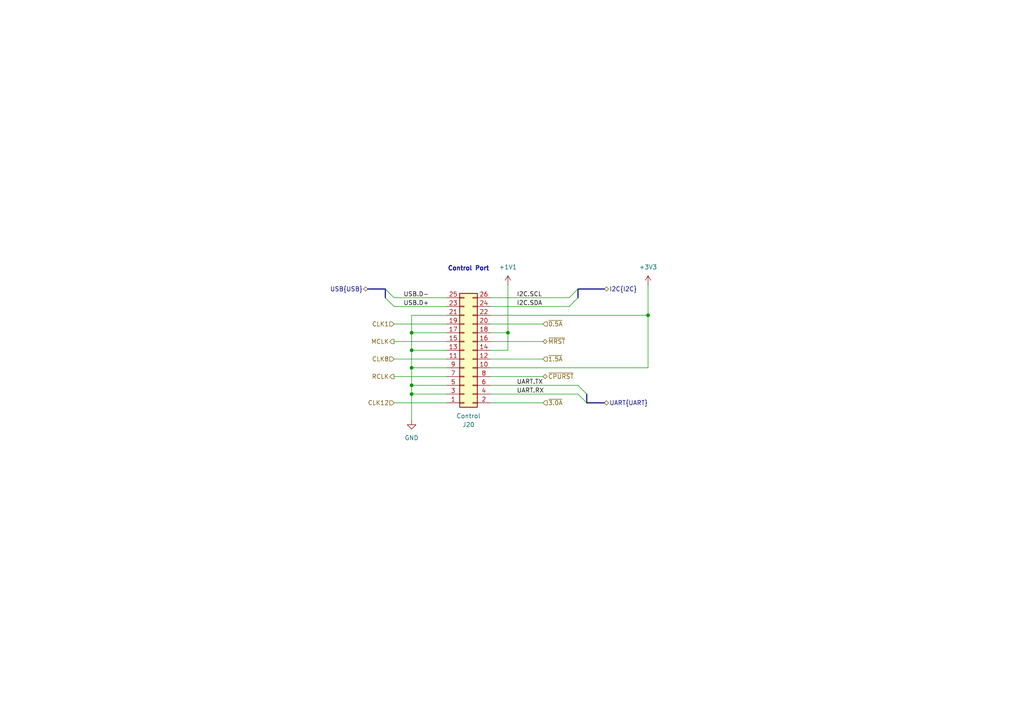
<source format=kicad_sch>
(kicad_sch (version 20231120) (generator "eeschema") (generator_version "8.0")
  (paper "A4")
  (title_block (title "RVFS Control Port") (date "2024-08-17") (rev "0.0.1") (comment 3 "other device is connected.") (comment 4 "A minimal stub must be connected to the control port to pass the clocks through if no"))
  (lib_symbols
    (symbol "Connector_Generic:Conn_02x13_Odd_Even" (pin_names (offset 1.016) hide)
      (property "Reference" "J" (at 1.27 17.78 0))
      (property "Value" "Conn_02x13_Odd_Even" (at 1.27 -17.78 0))
      (symbol "Conn_02x13_Odd_Even_1_1"
        (rectangle (start -1.27 -15.113) (end 0 -15.367) (stroke (width 0.1524)))
        (rectangle (start -1.27 -12.573) (end 0 -12.827) (stroke (width 0.1524)))
        (rectangle (start -1.27 -10.033) (end 0 -10.287) (stroke (width 0.1524)))
        (rectangle (start -1.27 -7.493) (end 0 -7.747) (stroke (width 0.1524)))
        (rectangle (start -1.27 -4.953) (end 0 -5.207) (stroke (width 0.1524)))
        (rectangle (start -1.27 -2.413) (end 0 -2.667) (stroke (width 0.1524)))
        (rectangle (start -1.27 0.127) (end 0 -0.127) (stroke (width 0.1524)))
        (rectangle (start -1.27 2.667) (end 0 2.413) (stroke (width 0.1524)))
        (rectangle (start -1.27 5.207) (end 0 4.953) (stroke (width 0.1524)))
        (rectangle (start -1.27 7.747) (end 0 7.493) (stroke (width 0.1524)))
        (rectangle (start -1.27 10.287) (end 0 10.033) (stroke (width 0.1524)))
        (rectangle (start -1.27 12.827) (end 0 12.573) (stroke (width 0.1524)))
        (rectangle (start -1.27 15.367) (end 0 15.113) (stroke (width 0.1524)))
        (rectangle (start -1.27 16.51) (end 3.81 -16.51) (stroke (width 0.254)) (fill (type background)))
        (rectangle (start 3.81 -15.113) (end 2.54 -15.367) (stroke (width 0.1524)))
        (rectangle (start 3.81 -12.573) (end 2.54 -12.827) (stroke (width 0.1524)))
        (rectangle (start 3.81 -10.033) (end 2.54 -10.287) (stroke (width 0.1524)))
        (rectangle (start 3.81 -7.493) (end 2.54 -7.747) (stroke (width 0.1524)))
        (rectangle (start 3.81 -4.953) (end 2.54 -5.207) (stroke (width 0.1524)))
        (rectangle (start 3.81 -2.413) (end 2.54 -2.667) (stroke (width 0.1524)))
        (rectangle (start 3.81 0.127) (end 2.54 -0.127) (stroke (width 0.1524)))
        (rectangle (start 3.81 2.667) (end 2.54 2.413) (stroke (width 0.1524)))
        (rectangle (start 3.81 5.207) (end 2.54 4.953) (stroke (width 0.1524)))
        (rectangle (start 3.81 7.747) (end 2.54 7.493) (stroke (width 0.1524)))
        (rectangle (start 3.81 10.287) (end 2.54 10.033) (stroke (width 0.1524)))
        (rectangle (start 3.81 12.827) (end 2.54 12.573) (stroke (width 0.1524)))
        (rectangle (start 3.81 15.367) (end 2.54 15.113) (stroke (width 0.1524)))
        (pin passive line (at -5.08 15.24 0) (length 3.81) (name "Pin_1") (number "1"))
        (pin passive line (at 7.62 5.08 180) (length 3.81) (name "Pin_10") (number "10"))
        (pin passive line (at -5.08 2.54 0) (length 3.81) (name "Pin_11") (number "11"))
        (pin passive line (at 7.62 2.54 180) (length 3.81) (name "Pin_12") (number "12"))
        (pin passive line (at -5.08 0 0) (length 3.81) (name "Pin_13") (number "13"))
        (pin passive line (at 7.62 0 180) (length 3.81) (name "Pin_14") (number "14"))
        (pin passive line (at -5.08 -2.54 0) (length 3.81) (name "Pin_15") (number "15"))
        (pin passive line (at 7.62 -2.54 180) (length 3.81) (name "Pin_16") (number "16"))
        (pin passive line (at -5.08 -5.08 0) (length 3.81) (name "Pin_17") (number "17"))
        (pin passive line (at 7.62 -5.08 180) (length 3.81) (name "Pin_18") (number "18"))
        (pin passive line (at -5.08 -7.62 0) (length 3.81) (name "Pin_19") (number "19"))
        (pin passive line (at 7.62 15.24 180) (length 3.81) (name "Pin_2") (number "2"))
        (pin passive line (at 7.62 -7.62 180) (length 3.81) (name "Pin_20") (number "20"))
        (pin passive line (at -5.08 -10.16 0) (length 3.81) (name "Pin_21") (number "21"))
        (pin passive line (at 7.62 -10.16 180) (length 3.81) (name "Pin_22") (number "22"))
        (pin passive line (at -5.08 -12.7 0) (length 3.81) (name "Pin_23") (number "23"))
        (pin passive line (at 7.62 -12.7 180) (length 3.81) (name "Pin_24") (number "24"))
        (pin passive line (at -5.08 -15.24 0) (length 3.81) (name "Pin_25") (number "25"))
        (pin passive line (at 7.62 -15.24 180) (length 3.81) (name "Pin_26") (number "26"))
        (pin passive line (at -5.08 12.7 0) (length 3.81) (name "Pin_3") (number "3"))
        (pin passive line (at 7.62 12.7 180) (length 3.81) (name "Pin_4") (number "4"))
        (pin passive line (at -5.08 10.16 0) (length 3.81) (name "Pin_5") (number "5"))
        (pin passive line (at 7.62 10.16 180) (length 3.81) (name "Pin_6") (number "6"))
        (pin passive line (at -5.08 7.62 0) (length 3.81) (name "Pin_7") (number "7"))
        (pin passive line (at 7.62 7.62 180) (length 3.81) (name "Pin_8") (number "8"))
        (pin passive line (at -5.08 5.08 0) (length 3.81) (name "Pin_9") (number "9"))
      )
    )
    (symbol "power:+1V1" (power) (pin_numbers hide) (pin_names (offset 0) hide)
      (property "Value" "+1V1" (at 0 3.556 0))
      (symbol "+1V1_0_1"
        (polyline (pts (xy -0.762 1.27) (xy 0 2.54)))
        (polyline (pts (xy 0 0) (xy 0 2.54)))
        (polyline (pts (xy 0 2.54) (xy 0.762 1.27)))
      )
      (symbol "+1V1_1_1"
        (pin power_in line (at 0 0 90) (length 0) (name "~") (number "1"))
      )
    )
    (symbol "power:+3V3" (power) (pin_numbers hide) (pin_names (offset 0) hide)
      (property "Value" "+3V3" (at 0 3.556 0))
      (symbol "+3V3_0_1"
        (polyline (pts (xy -0.762 1.27) (xy 0 2.54)))
        (polyline (pts (xy 0 0) (xy 0 2.54)))
        (polyline (pts (xy 0 2.54) (xy 0.762 1.27)))
      )
      (symbol "+3V3_1_1"
        (pin power_in line (at 0 0 90) (length 0) (name "~") (number "1"))
      )
    )
    (symbol "power:GND" (power) (pin_numbers hide) (pin_names (offset 0) hide)
      (property "Value" "GND" (at 0 -3.81 0))
      (symbol "GND_0_1"
        (polyline (pts (xy 0 0) (xy 0 -1.27) (xy 1.27 -1.27) (xy 0 -2.54) (xy -1.27 -1.27) (xy 0 -1.27)))
      )
      (symbol "GND_1_1"
        (pin power_in line (at 0 0 270) (length 0) (name "~") (number "1"))
      )
    )
  )
  (junction (at 119.38 101.6))
  (junction (at 119.38 114.3))
  (junction (at 119.38 111.76))
  (junction (at 147.32 96.52))
  (junction (at 119.38 106.68))
  (junction (at 187.96 91.44))
  (junction (at 119.38 96.52))
  (bus_entry (at 167.64 83.82) (size -2.54 2.54))
  (bus_entry (at 170.18 114.3) (size -2.54 -2.54))
  (bus_entry (at 111.76 83.82) (size 2.54 2.54))
  (bus_entry (at 111.76 86.36) (size 2.54 2.54))
  (bus_entry (at 167.64 86.36) (size -2.54 2.54))
  (bus_entry (at 170.18 116.84) (size -2.54 -2.54))
  (wire (pts (xy 142.24 116.84) (xy 157.48 116.84)))
  (wire (pts (xy 142.24 114.3) (xy 167.64 114.3)))
  (wire (pts (xy 119.38 111.76) (xy 119.38 114.3)))
  (wire (pts (xy 142.24 86.36) (xy 165.1 86.36)))
  (wire (pts (xy 142.24 96.52) (xy 147.32 96.52)))
  (wire (pts (xy 114.3 104.14) (xy 129.54 104.14)))
  (wire (pts (xy 119.38 96.52) (xy 119.38 101.6)))
  (wire (pts (xy 114.3 86.36) (xy 129.54 86.36)))
  (wire (pts (xy 119.38 111.76) (xy 129.54 111.76)))
  (wire (pts (xy 142.24 111.76) (xy 167.64 111.76)))
  (bus (pts (xy 106.68 83.82) (xy 111.76 83.82)))
  (wire (pts (xy 142.24 88.9) (xy 165.1 88.9)))
  (wire (pts (xy 187.96 91.44) (xy 187.96 106.68)))
  (bus (pts (xy 167.64 83.82) (xy 175.26 83.82)))
  (wire (pts (xy 187.96 82.55) (xy 187.96 91.44)))
  (wire (pts (xy 114.3 88.9) (xy 129.54 88.9)))
  (wire (pts (xy 119.38 91.44) (xy 119.38 96.52)))
  (wire (pts (xy 142.24 91.44) (xy 187.96 91.44)))
  (wire (pts (xy 119.38 101.6) (xy 119.38 106.68)))
  (wire (pts (xy 147.32 82.55) (xy 147.32 96.52)))
  (wire (pts (xy 129.54 91.44) (xy 119.38 91.44)))
  (wire (pts (xy 119.38 114.3) (xy 129.54 114.3)))
  (wire (pts (xy 119.38 101.6) (xy 129.54 101.6)))
  (bus (pts (xy 111.76 83.82) (xy 111.76 86.36)))
  (wire (pts (xy 157.48 99.06) (xy 142.24 99.06)))
  (wire (pts (xy 147.32 101.6) (xy 147.32 96.52)))
  (wire (pts (xy 119.38 114.3) (xy 119.38 121.92)))
  (wire (pts (xy 114.3 93.98) (xy 129.54 93.98)))
  (wire (pts (xy 119.38 96.52) (xy 129.54 96.52)))
  (wire (pts (xy 142.24 104.14) (xy 157.48 104.14)))
  (wire (pts (xy 142.24 93.98) (xy 157.48 93.98)))
  (bus (pts (xy 167.64 86.36) (xy 167.64 83.82)))
  (wire (pts (xy 119.38 106.68) (xy 129.54 106.68)))
  (bus (pts (xy 170.18 116.84) (xy 175.26 116.84)))
  (wire (pts (xy 114.3 116.84) (xy 129.54 116.84)))
  (wire (pts (xy 142.24 106.68) (xy 187.96 106.68)))
  (bus (pts (xy 170.18 114.3) (xy 170.18 116.84)))
  (wire (pts (xy 129.54 99.06) (xy 114.3 99.06)))
  (wire (pts (xy 129.54 109.22) (xy 114.3 109.22)))
  (wire (pts (xy 157.48 109.22) (xy 142.24 109.22)))
  (wire (pts (xy 119.38 106.68) (xy 119.38 111.76)))
  (wire (pts (xy 142.24 101.6) (xy 147.32 101.6)))
  (text "Control Port" (at 135.89 77.978 0) (effects (font (size 1.27 1.27) (thickness 0.254) (bold yes))))
  (label "USB.D+" (at 124.46 88.9 180))
  (label "I2C.SCL" (at 149.86 86.36 0))
  (label "USB.D-" (at 124.46 86.36 180))
  (label "I2C.SDA" (at 149.86 88.9 0))
  (label "UART.TX" (at 149.86 111.76 0))
  (label "UART.RX" (at 149.86 114.3 0))
  (hierarchical_label "I2C{I2C}" (shape bidirectional) (at 175.26 83.82 0))
  (hierarchical_label "~{CPURST}" (shape bidirectional) (at 157.48 109.22 0))
  (hierarchical_label "CLK1" (shape input) (at 114.3 93.98 180))
  (hierarchical_label "MCLK" (shape output) (at 114.3 99.06 180))
  (hierarchical_label "USB{USB}" (shape bidirectional) (at 106.68 83.82 180))
  (hierarchical_label "~{3.0A}" (shape input) (at 157.48 116.84 0))
  (hierarchical_label "~{MRST}" (shape bidirectional) (at 157.48 99.06 0))
  (hierarchical_label "~{1.5A}" (shape input) (at 157.48 104.14 0))
  (hierarchical_label "CLK12" (shape input) (at 114.3 116.84 180))
  (hierarchical_label "RCLK" (shape output) (at 114.3 109.22 180))
  (hierarchical_label "UART{UART}" (shape bidirectional) (at 175.26 116.84 0))
  (hierarchical_label "CLK8" (shape input) (at 114.3 104.14 180))
  (hierarchical_label "~{0.5A}" (shape input) (at 157.48 93.98 0))
  (symbol (lib_id "power:GND") (at 119.38 121.92 0) (unit 1)
    (property "Reference" "#PWR0198" (effects (hide yes)))
    (property "Value" "GND" (at 119.38 127 0))
    (property "Description" "Power symbol creates a global label with name \"GND\" , ground" (effects (hide yes)))
  )
  (symbol (lib_id "power:+3V3") (at 187.96 82.55 0) (unit 1)
    (property "Reference" "#PWR0200" (effects (hide yes)))
    (property "Value" "+3V3" (at 187.96 77.47 0))
    (property "Description" "Power symbol creates a global label with name \"+3V3\"" (effects (hide yes)))
  )
  (symbol (lib_id "power:+1V1") (at 147.32 82.55 0) (unit 1)
    (property "Reference" "#PWR0199" (effects (hide yes)))
    (property "Value" "+1V1" (at 147.32 77.47 0))
    (property "Description" "Power symbol creates a global label with name \"+1V1\"" (effects (hide yes)))
  )
  (symbol (lib_id "Connector_Generic:Conn_02x13_Odd_Even") (at 134.62 101.6 0) (mirror x) (unit 1)
    (property "Reference" "J20" (at 135.89 123.19 0))
    (property "Value" "Control" (at 135.89 120.65 0))
    (property "Footprint" "Connector_PinSocket_2.54mm:PinSocket_2x13_P2.54mm_Horizontal" (effects (hide yes)))
    (property "Datasheet" "https://s3.amazonaws.com/catalogspreads-pdf/PAGE123%20.100%20SFH11%20SERIES%20FEMALE%20HDR%20ST%20RA.pdf" (effects (hide yes)))
    (property "Description" "Generic connector, double row, 02x13, odd/even pin numbering scheme (row 1 odd numbers, row 2 even numbers), script generated (kicad-library-utils/schlib/autogen/connector/)" (effects (hide yes)))
    (property "Part Number" "SFH11-PBPC-D13-RA-BK" (effects (hide yes)))
  )
)
</source>
